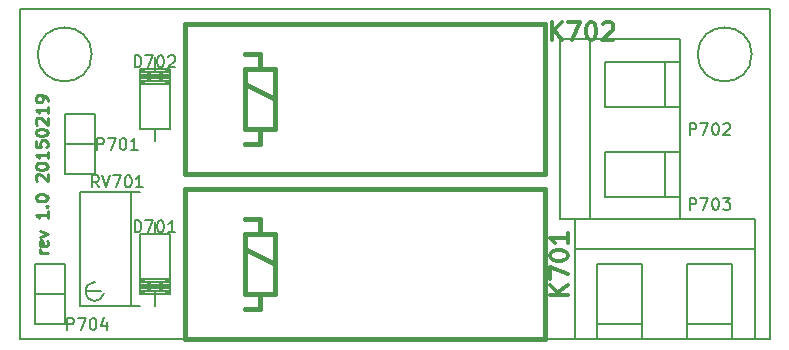
<source format=gto>
%TF.FileFunction,Legend,Top*%
%FSLAX46Y46*%
G04 Gerber Fmt 4.6, Leading zero omitted, Abs format (unit mm)*
G04 Created by KiCad (PCBNEW (2015-02-11 BZR 5414)-product) date dim. 22 févr. 2015 23:01:40 CET*
%MOMM*%
G01*
G04 APERTURE LIST*
%ADD10C,0.150000*%
%ADD11C,0.250000*%
%ADD12C,0.381000*%
%ADD13C,0.304800*%
G04 APERTURE END LIST*
D10*
D11*
X139517381Y-73952858D02*
X138850714Y-73952858D01*
X139041190Y-73952858D02*
X138945952Y-73905239D01*
X138898333Y-73857620D01*
X138850714Y-73762382D01*
X138850714Y-73667143D01*
X139469762Y-72952857D02*
X139517381Y-73048095D01*
X139517381Y-73238572D01*
X139469762Y-73333810D01*
X139374524Y-73381429D01*
X138993571Y-73381429D01*
X138898333Y-73333810D01*
X138850714Y-73238572D01*
X138850714Y-73048095D01*
X138898333Y-72952857D01*
X138993571Y-72905238D01*
X139088810Y-72905238D01*
X139184048Y-73381429D01*
X138850714Y-72571905D02*
X139517381Y-72333810D01*
X138850714Y-72095714D01*
X139517381Y-70429047D02*
X139517381Y-71000476D01*
X139517381Y-70714762D02*
X138517381Y-70714762D01*
X138660238Y-70810000D01*
X138755476Y-70905238D01*
X138803095Y-71000476D01*
X139422143Y-70000476D02*
X139469762Y-69952857D01*
X139517381Y-70000476D01*
X139469762Y-70048095D01*
X139422143Y-70000476D01*
X139517381Y-70000476D01*
X138517381Y-69333810D02*
X138517381Y-69238571D01*
X138565000Y-69143333D01*
X138612619Y-69095714D01*
X138707857Y-69048095D01*
X138898333Y-69000476D01*
X139136429Y-69000476D01*
X139326905Y-69048095D01*
X139422143Y-69095714D01*
X139469762Y-69143333D01*
X139517381Y-69238571D01*
X139517381Y-69333810D01*
X139469762Y-69429048D01*
X139422143Y-69476667D01*
X139326905Y-69524286D01*
X139136429Y-69571905D01*
X138898333Y-69571905D01*
X138707857Y-69524286D01*
X138612619Y-69476667D01*
X138565000Y-69429048D01*
X138517381Y-69333810D01*
X138612619Y-67857619D02*
X138565000Y-67810000D01*
X138517381Y-67714762D01*
X138517381Y-67476666D01*
X138565000Y-67381428D01*
X138612619Y-67333809D01*
X138707857Y-67286190D01*
X138803095Y-67286190D01*
X138945952Y-67333809D01*
X139517381Y-67905238D01*
X139517381Y-67286190D01*
X138517381Y-66667143D02*
X138517381Y-66571904D01*
X138565000Y-66476666D01*
X138612619Y-66429047D01*
X138707857Y-66381428D01*
X138898333Y-66333809D01*
X139136429Y-66333809D01*
X139326905Y-66381428D01*
X139422143Y-66429047D01*
X139469762Y-66476666D01*
X139517381Y-66571904D01*
X139517381Y-66667143D01*
X139469762Y-66762381D01*
X139422143Y-66810000D01*
X139326905Y-66857619D01*
X139136429Y-66905238D01*
X138898333Y-66905238D01*
X138707857Y-66857619D01*
X138612619Y-66810000D01*
X138565000Y-66762381D01*
X138517381Y-66667143D01*
X139517381Y-65381428D02*
X139517381Y-65952857D01*
X139517381Y-65667143D02*
X138517381Y-65667143D01*
X138660238Y-65762381D01*
X138755476Y-65857619D01*
X138803095Y-65952857D01*
X138517381Y-64476666D02*
X138517381Y-64952857D01*
X138993571Y-65000476D01*
X138945952Y-64952857D01*
X138898333Y-64857619D01*
X138898333Y-64619523D01*
X138945952Y-64524285D01*
X138993571Y-64476666D01*
X139088810Y-64429047D01*
X139326905Y-64429047D01*
X139422143Y-64476666D01*
X139469762Y-64524285D01*
X139517381Y-64619523D01*
X139517381Y-64857619D01*
X139469762Y-64952857D01*
X139422143Y-65000476D01*
X138517381Y-63810000D02*
X138517381Y-63714761D01*
X138565000Y-63619523D01*
X138612619Y-63571904D01*
X138707857Y-63524285D01*
X138898333Y-63476666D01*
X139136429Y-63476666D01*
X139326905Y-63524285D01*
X139422143Y-63571904D01*
X139469762Y-63619523D01*
X139517381Y-63714761D01*
X139517381Y-63810000D01*
X139469762Y-63905238D01*
X139422143Y-63952857D01*
X139326905Y-64000476D01*
X139136429Y-64048095D01*
X138898333Y-64048095D01*
X138707857Y-64000476D01*
X138612619Y-63952857D01*
X138565000Y-63905238D01*
X138517381Y-63810000D01*
X138612619Y-63095714D02*
X138565000Y-63048095D01*
X138517381Y-62952857D01*
X138517381Y-62714761D01*
X138565000Y-62619523D01*
X138612619Y-62571904D01*
X138707857Y-62524285D01*
X138803095Y-62524285D01*
X138945952Y-62571904D01*
X139517381Y-63143333D01*
X139517381Y-62524285D01*
X139517381Y-61571904D02*
X139517381Y-62143333D01*
X139517381Y-61857619D02*
X138517381Y-61857619D01*
X138660238Y-61952857D01*
X138755476Y-62048095D01*
X138803095Y-62143333D01*
X139517381Y-61095714D02*
X139517381Y-60905238D01*
X139469762Y-60809999D01*
X139422143Y-60762380D01*
X139279286Y-60667142D01*
X139088810Y-60619523D01*
X138707857Y-60619523D01*
X138612619Y-60667142D01*
X138565000Y-60714761D01*
X138517381Y-60809999D01*
X138517381Y-61000476D01*
X138565000Y-61095714D01*
X138612619Y-61143333D01*
X138707857Y-61190952D01*
X138945952Y-61190952D01*
X139041190Y-61143333D01*
X139088810Y-61095714D01*
X139136429Y-61000476D01*
X139136429Y-60809999D01*
X139088810Y-60714761D01*
X139041190Y-60667142D01*
X138945952Y-60619523D01*
D10*
X137160000Y-81280000D02*
X137160000Y-53340000D01*
X200660000Y-81280000D02*
X137160000Y-81280000D01*
X200660000Y-53340000D02*
X200660000Y-81280000D01*
X137160000Y-53340000D02*
X200660000Y-53340000D01*
X148590000Y-72390000D02*
X148590000Y-71374000D01*
X148590000Y-77216000D02*
X148590000Y-78486000D01*
X149860000Y-76962000D02*
X147320000Y-76962000D01*
X149860000Y-76708000D02*
X147320000Y-76708000D01*
X149860000Y-76454000D02*
X147320000Y-76454000D01*
X149860000Y-77216000D02*
X147320000Y-77216000D01*
X149860000Y-76200000D02*
X147320000Y-77470000D01*
X149860000Y-77470000D02*
X147320000Y-76200000D01*
X149860000Y-76200000D02*
X147320000Y-76200000D01*
X149860000Y-76835000D02*
X147320000Y-76835000D01*
X147320000Y-77470000D02*
X149860000Y-77470000D01*
X149860000Y-77470000D02*
X149860000Y-72390000D01*
X149860000Y-72390000D02*
X147320000Y-72390000D01*
X147320000Y-72390000D02*
X147320000Y-77470000D01*
X148590000Y-63500000D02*
X148590000Y-64516000D01*
X148590000Y-58674000D02*
X148590000Y-57404000D01*
X147320000Y-58928000D02*
X149860000Y-58928000D01*
X147320000Y-59182000D02*
X149860000Y-59182000D01*
X147320000Y-59436000D02*
X149860000Y-59436000D01*
X147320000Y-58674000D02*
X149860000Y-58674000D01*
X147320000Y-59690000D02*
X149860000Y-58420000D01*
X147320000Y-58420000D02*
X149860000Y-59690000D01*
X147320000Y-59690000D02*
X149860000Y-59690000D01*
X147320000Y-59055000D02*
X149860000Y-59055000D01*
X149860000Y-58420000D02*
X147320000Y-58420000D01*
X147320000Y-58420000D02*
X147320000Y-63500000D01*
X147320000Y-63500000D02*
X149860000Y-63500000D01*
X149860000Y-63500000D02*
X149860000Y-58420000D01*
D12*
X156210000Y-73660000D02*
X158750000Y-74930000D01*
X157480000Y-77470000D02*
X157480000Y-78740000D01*
X157480000Y-78740000D02*
X156210000Y-78740000D01*
X156210000Y-71120000D02*
X157480000Y-71120000D01*
X157480000Y-71120000D02*
X157480000Y-72390000D01*
X157480000Y-72390000D02*
X158750000Y-72390000D01*
X158750000Y-72390000D02*
X158750000Y-77470000D01*
X158750000Y-77470000D02*
X156210000Y-77470000D01*
X156210000Y-77470000D02*
X156210000Y-72390000D01*
X156210000Y-72390000D02*
X157480000Y-72390000D01*
X151130000Y-68580000D02*
X181610000Y-68580000D01*
X181610000Y-68580000D02*
X181610000Y-81280000D01*
X181610000Y-81280000D02*
X151130000Y-81280000D01*
X151130000Y-81280000D02*
X151130000Y-68580000D01*
X156210000Y-59690000D02*
X158750000Y-60960000D01*
X157480000Y-63500000D02*
X157480000Y-64770000D01*
X157480000Y-64770000D02*
X156210000Y-64770000D01*
X156210000Y-57150000D02*
X157480000Y-57150000D01*
X157480000Y-57150000D02*
X157480000Y-58420000D01*
X157480000Y-58420000D02*
X158750000Y-58420000D01*
X158750000Y-58420000D02*
X158750000Y-63500000D01*
X158750000Y-63500000D02*
X156210000Y-63500000D01*
X156210000Y-63500000D02*
X156210000Y-58420000D01*
X156210000Y-58420000D02*
X157480000Y-58420000D01*
X151130000Y-54610000D02*
X181610000Y-54610000D01*
X181610000Y-54610000D02*
X181610000Y-67310000D01*
X181610000Y-67310000D02*
X151130000Y-67310000D01*
X151130000Y-67310000D02*
X151130000Y-54610000D01*
D10*
X143510000Y-64770000D02*
X140970000Y-64770000D01*
X143510000Y-62230000D02*
X140970000Y-62230000D01*
X140970000Y-62230000D02*
X140970000Y-64770000D01*
X140970000Y-64770000D02*
X140970000Y-67310000D01*
X140970000Y-67310000D02*
X143510000Y-67310000D01*
X143510000Y-67310000D02*
X143510000Y-62230000D01*
X140970000Y-77470000D02*
X138430000Y-77470000D01*
X140970000Y-74930000D02*
X138430000Y-74930000D01*
X138430000Y-74930000D02*
X138430000Y-77470000D01*
X138430000Y-77470000D02*
X138430000Y-80010000D01*
X138430000Y-80010000D02*
X140970000Y-80010000D01*
X140970000Y-80010000D02*
X140970000Y-74930000D01*
X142748000Y-77216000D02*
X144018000Y-77216000D01*
X143497300Y-76428600D02*
X143243300Y-76466700D01*
X143243300Y-76466700D02*
X142963900Y-76644500D01*
X142963900Y-76644500D02*
X142748000Y-76962000D01*
X142748000Y-76962000D02*
X142735300Y-77406500D01*
X142735300Y-77406500D02*
X142938500Y-77762100D01*
X142938500Y-77762100D02*
X143230600Y-77939900D01*
X143230600Y-77939900D02*
X143548100Y-77990700D01*
X143548100Y-77990700D02*
X143954500Y-77889100D01*
X143954500Y-77889100D02*
X144208500Y-77546200D01*
X144208500Y-77546200D02*
X144297400Y-77368400D01*
X146558000Y-68834000D02*
X146558000Y-78486000D01*
X143510000Y-78486000D02*
X142240000Y-78486000D01*
X142240000Y-78486000D02*
X142240000Y-68834000D01*
X142240000Y-68834000D02*
X147320000Y-68834000D01*
X147320000Y-78486000D02*
X144780000Y-78486000D01*
X144780000Y-78486000D02*
X143510000Y-78486000D01*
X199136000Y-57150000D02*
G75*
G03X199136000Y-57150000I-2286000J0D01*
G01*
X143256000Y-57150000D02*
G75*
G03X143256000Y-57150000I-2286000J0D01*
G01*
X191770000Y-61595000D02*
X191770000Y-57785000D01*
X193040000Y-61595000D02*
X186690000Y-61595000D01*
X186690000Y-61595000D02*
X186690000Y-57785000D01*
X186690000Y-57785000D02*
X193040000Y-57785000D01*
X191770000Y-69215000D02*
X191770000Y-65405000D01*
X193040000Y-69215000D02*
X186690000Y-69215000D01*
X186690000Y-69215000D02*
X186690000Y-65405000D01*
X186690000Y-65405000D02*
X193040000Y-65405000D01*
X182880000Y-71120000D02*
X193040000Y-71120000D01*
X182880000Y-55880000D02*
X193040000Y-55880000D01*
X185420000Y-55880000D02*
X185420000Y-71120000D01*
X182880000Y-71120000D02*
X182880000Y-55880000D01*
X193040000Y-55880000D02*
X193040000Y-71120000D01*
X193675000Y-80010000D02*
X197485000Y-80010000D01*
X193675000Y-81280000D02*
X193675000Y-74930000D01*
X193675000Y-74930000D02*
X197485000Y-74930000D01*
X197485000Y-74930000D02*
X197485000Y-81280000D01*
X186055000Y-80010000D02*
X189865000Y-80010000D01*
X186055000Y-81280000D02*
X186055000Y-74930000D01*
X186055000Y-74930000D02*
X189865000Y-74930000D01*
X189865000Y-74930000D02*
X189865000Y-81280000D01*
X184150000Y-71120000D02*
X184150000Y-81280000D01*
X199390000Y-71120000D02*
X199390000Y-81280000D01*
X199390000Y-73660000D02*
X184150000Y-73660000D01*
X184150000Y-71120000D02*
X199390000Y-71120000D01*
X199390000Y-81280000D02*
X184150000Y-81280000D01*
X146899524Y-72207381D02*
X146899524Y-71207381D01*
X147137619Y-71207381D01*
X147280477Y-71255000D01*
X147375715Y-71350238D01*
X147423334Y-71445476D01*
X147470953Y-71635952D01*
X147470953Y-71778810D01*
X147423334Y-71969286D01*
X147375715Y-72064524D01*
X147280477Y-72159762D01*
X147137619Y-72207381D01*
X146899524Y-72207381D01*
X147804286Y-71207381D02*
X148470953Y-71207381D01*
X148042381Y-72207381D01*
X149042381Y-71207381D02*
X149137620Y-71207381D01*
X149232858Y-71255000D01*
X149280477Y-71302619D01*
X149328096Y-71397857D01*
X149375715Y-71588333D01*
X149375715Y-71826429D01*
X149328096Y-72016905D01*
X149280477Y-72112143D01*
X149232858Y-72159762D01*
X149137620Y-72207381D01*
X149042381Y-72207381D01*
X148947143Y-72159762D01*
X148899524Y-72112143D01*
X148851905Y-72016905D01*
X148804286Y-71826429D01*
X148804286Y-71588333D01*
X148851905Y-71397857D01*
X148899524Y-71302619D01*
X148947143Y-71255000D01*
X149042381Y-71207381D01*
X150328096Y-72207381D02*
X149756667Y-72207381D01*
X150042381Y-72207381D02*
X150042381Y-71207381D01*
X149947143Y-71350238D01*
X149851905Y-71445476D01*
X149756667Y-71493095D01*
X146899524Y-58237381D02*
X146899524Y-57237381D01*
X147137619Y-57237381D01*
X147280477Y-57285000D01*
X147375715Y-57380238D01*
X147423334Y-57475476D01*
X147470953Y-57665952D01*
X147470953Y-57808810D01*
X147423334Y-57999286D01*
X147375715Y-58094524D01*
X147280477Y-58189762D01*
X147137619Y-58237381D01*
X146899524Y-58237381D01*
X147804286Y-57237381D02*
X148470953Y-57237381D01*
X148042381Y-58237381D01*
X149042381Y-57237381D02*
X149137620Y-57237381D01*
X149232858Y-57285000D01*
X149280477Y-57332619D01*
X149328096Y-57427857D01*
X149375715Y-57618333D01*
X149375715Y-57856429D01*
X149328096Y-58046905D01*
X149280477Y-58142143D01*
X149232858Y-58189762D01*
X149137620Y-58237381D01*
X149042381Y-58237381D01*
X148947143Y-58189762D01*
X148899524Y-58142143D01*
X148851905Y-58046905D01*
X148804286Y-57856429D01*
X148804286Y-57618333D01*
X148851905Y-57427857D01*
X148899524Y-57332619D01*
X148947143Y-57285000D01*
X149042381Y-57237381D01*
X149756667Y-57332619D02*
X149804286Y-57285000D01*
X149899524Y-57237381D01*
X150137620Y-57237381D01*
X150232858Y-57285000D01*
X150280477Y-57332619D01*
X150328096Y-57427857D01*
X150328096Y-57523095D01*
X150280477Y-57665952D01*
X149709048Y-58237381D01*
X150328096Y-58237381D01*
D13*
X183569429Y-77506286D02*
X182045429Y-77506286D01*
X183569429Y-76635429D02*
X182698571Y-77288572D01*
X182045429Y-76635429D02*
X182916286Y-77506286D01*
X182045429Y-76127429D02*
X182045429Y-75111429D01*
X183569429Y-75764572D01*
X182045429Y-74240571D02*
X182045429Y-74095428D01*
X182118000Y-73950285D01*
X182190571Y-73877714D01*
X182335714Y-73805143D01*
X182626000Y-73732571D01*
X182988857Y-73732571D01*
X183279143Y-73805143D01*
X183424286Y-73877714D01*
X183496857Y-73950285D01*
X183569429Y-74095428D01*
X183569429Y-74240571D01*
X183496857Y-74385714D01*
X183424286Y-74458285D01*
X183279143Y-74530857D01*
X182988857Y-74603428D01*
X182626000Y-74603428D01*
X182335714Y-74530857D01*
X182190571Y-74458285D01*
X182118000Y-74385714D01*
X182045429Y-74240571D01*
X183569429Y-72281142D02*
X183569429Y-73151999D01*
X183569429Y-72716571D02*
X182045429Y-72716571D01*
X182263143Y-72861714D01*
X182408286Y-73006856D01*
X182480857Y-73151999D01*
X182208714Y-55934429D02*
X182208714Y-54410429D01*
X183079571Y-55934429D02*
X182426428Y-55063571D01*
X183079571Y-54410429D02*
X182208714Y-55281286D01*
X183587571Y-54410429D02*
X184603571Y-54410429D01*
X183950428Y-55934429D01*
X185474429Y-54410429D02*
X185619572Y-54410429D01*
X185764715Y-54483000D01*
X185837286Y-54555571D01*
X185909857Y-54700714D01*
X185982429Y-54991000D01*
X185982429Y-55353857D01*
X185909857Y-55644143D01*
X185837286Y-55789286D01*
X185764715Y-55861857D01*
X185619572Y-55934429D01*
X185474429Y-55934429D01*
X185329286Y-55861857D01*
X185256715Y-55789286D01*
X185184143Y-55644143D01*
X185111572Y-55353857D01*
X185111572Y-54991000D01*
X185184143Y-54700714D01*
X185256715Y-54555571D01*
X185329286Y-54483000D01*
X185474429Y-54410429D01*
X186563001Y-54555571D02*
X186635572Y-54483000D01*
X186780715Y-54410429D01*
X187143572Y-54410429D01*
X187288715Y-54483000D01*
X187361286Y-54555571D01*
X187433858Y-54700714D01*
X187433858Y-54845857D01*
X187361286Y-55063571D01*
X186490429Y-55934429D01*
X187433858Y-55934429D01*
D10*
X143724524Y-65222381D02*
X143724524Y-64222381D01*
X144105477Y-64222381D01*
X144200715Y-64270000D01*
X144248334Y-64317619D01*
X144295953Y-64412857D01*
X144295953Y-64555714D01*
X144248334Y-64650952D01*
X144200715Y-64698571D01*
X144105477Y-64746190D01*
X143724524Y-64746190D01*
X144629286Y-64222381D02*
X145295953Y-64222381D01*
X144867381Y-65222381D01*
X145867381Y-64222381D02*
X145962620Y-64222381D01*
X146057858Y-64270000D01*
X146105477Y-64317619D01*
X146153096Y-64412857D01*
X146200715Y-64603333D01*
X146200715Y-64841429D01*
X146153096Y-65031905D01*
X146105477Y-65127143D01*
X146057858Y-65174762D01*
X145962620Y-65222381D01*
X145867381Y-65222381D01*
X145772143Y-65174762D01*
X145724524Y-65127143D01*
X145676905Y-65031905D01*
X145629286Y-64841429D01*
X145629286Y-64603333D01*
X145676905Y-64412857D01*
X145724524Y-64317619D01*
X145772143Y-64270000D01*
X145867381Y-64222381D01*
X147153096Y-65222381D02*
X146581667Y-65222381D01*
X146867381Y-65222381D02*
X146867381Y-64222381D01*
X146772143Y-64365238D01*
X146676905Y-64460476D01*
X146581667Y-64508095D01*
X141184524Y-80462381D02*
X141184524Y-79462381D01*
X141565477Y-79462381D01*
X141660715Y-79510000D01*
X141708334Y-79557619D01*
X141755953Y-79652857D01*
X141755953Y-79795714D01*
X141708334Y-79890952D01*
X141660715Y-79938571D01*
X141565477Y-79986190D01*
X141184524Y-79986190D01*
X142089286Y-79462381D02*
X142755953Y-79462381D01*
X142327381Y-80462381D01*
X143327381Y-79462381D02*
X143422620Y-79462381D01*
X143517858Y-79510000D01*
X143565477Y-79557619D01*
X143613096Y-79652857D01*
X143660715Y-79843333D01*
X143660715Y-80081429D01*
X143613096Y-80271905D01*
X143565477Y-80367143D01*
X143517858Y-80414762D01*
X143422620Y-80462381D01*
X143327381Y-80462381D01*
X143232143Y-80414762D01*
X143184524Y-80367143D01*
X143136905Y-80271905D01*
X143089286Y-80081429D01*
X143089286Y-79843333D01*
X143136905Y-79652857D01*
X143184524Y-79557619D01*
X143232143Y-79510000D01*
X143327381Y-79462381D01*
X144517858Y-79795714D02*
X144517858Y-80462381D01*
X144279762Y-79414762D02*
X144041667Y-80129048D01*
X144660715Y-80129048D01*
X143867381Y-68397381D02*
X143534047Y-67921190D01*
X143295952Y-68397381D02*
X143295952Y-67397381D01*
X143676905Y-67397381D01*
X143772143Y-67445000D01*
X143819762Y-67492619D01*
X143867381Y-67587857D01*
X143867381Y-67730714D01*
X143819762Y-67825952D01*
X143772143Y-67873571D01*
X143676905Y-67921190D01*
X143295952Y-67921190D01*
X144153095Y-67397381D02*
X144486428Y-68397381D01*
X144819762Y-67397381D01*
X145057857Y-67397381D02*
X145724524Y-67397381D01*
X145295952Y-68397381D01*
X146295952Y-67397381D02*
X146391191Y-67397381D01*
X146486429Y-67445000D01*
X146534048Y-67492619D01*
X146581667Y-67587857D01*
X146629286Y-67778333D01*
X146629286Y-68016429D01*
X146581667Y-68206905D01*
X146534048Y-68302143D01*
X146486429Y-68349762D01*
X146391191Y-68397381D01*
X146295952Y-68397381D01*
X146200714Y-68349762D01*
X146153095Y-68302143D01*
X146105476Y-68206905D01*
X146057857Y-68016429D01*
X146057857Y-67778333D01*
X146105476Y-67587857D01*
X146153095Y-67492619D01*
X146200714Y-67445000D01*
X146295952Y-67397381D01*
X147581667Y-68397381D02*
X147010238Y-68397381D01*
X147295952Y-68397381D02*
X147295952Y-67397381D01*
X147200714Y-67540238D01*
X147105476Y-67635476D01*
X147010238Y-67683095D01*
X193889524Y-63952381D02*
X193889524Y-62952381D01*
X194270477Y-62952381D01*
X194365715Y-63000000D01*
X194413334Y-63047619D01*
X194460953Y-63142857D01*
X194460953Y-63285714D01*
X194413334Y-63380952D01*
X194365715Y-63428571D01*
X194270477Y-63476190D01*
X193889524Y-63476190D01*
X194794286Y-62952381D02*
X195460953Y-62952381D01*
X195032381Y-63952381D01*
X196032381Y-62952381D02*
X196127620Y-62952381D01*
X196222858Y-63000000D01*
X196270477Y-63047619D01*
X196318096Y-63142857D01*
X196365715Y-63333333D01*
X196365715Y-63571429D01*
X196318096Y-63761905D01*
X196270477Y-63857143D01*
X196222858Y-63904762D01*
X196127620Y-63952381D01*
X196032381Y-63952381D01*
X195937143Y-63904762D01*
X195889524Y-63857143D01*
X195841905Y-63761905D01*
X195794286Y-63571429D01*
X195794286Y-63333333D01*
X195841905Y-63142857D01*
X195889524Y-63047619D01*
X195937143Y-63000000D01*
X196032381Y-62952381D01*
X196746667Y-63047619D02*
X196794286Y-63000000D01*
X196889524Y-62952381D01*
X197127620Y-62952381D01*
X197222858Y-63000000D01*
X197270477Y-63047619D01*
X197318096Y-63142857D01*
X197318096Y-63238095D01*
X197270477Y-63380952D01*
X196699048Y-63952381D01*
X197318096Y-63952381D01*
X193889524Y-70302381D02*
X193889524Y-69302381D01*
X194270477Y-69302381D01*
X194365715Y-69350000D01*
X194413334Y-69397619D01*
X194460953Y-69492857D01*
X194460953Y-69635714D01*
X194413334Y-69730952D01*
X194365715Y-69778571D01*
X194270477Y-69826190D01*
X193889524Y-69826190D01*
X194794286Y-69302381D02*
X195460953Y-69302381D01*
X195032381Y-70302381D01*
X196032381Y-69302381D02*
X196127620Y-69302381D01*
X196222858Y-69350000D01*
X196270477Y-69397619D01*
X196318096Y-69492857D01*
X196365715Y-69683333D01*
X196365715Y-69921429D01*
X196318096Y-70111905D01*
X196270477Y-70207143D01*
X196222858Y-70254762D01*
X196127620Y-70302381D01*
X196032381Y-70302381D01*
X195937143Y-70254762D01*
X195889524Y-70207143D01*
X195841905Y-70111905D01*
X195794286Y-69921429D01*
X195794286Y-69683333D01*
X195841905Y-69492857D01*
X195889524Y-69397619D01*
X195937143Y-69350000D01*
X196032381Y-69302381D01*
X196699048Y-69302381D02*
X197318096Y-69302381D01*
X196984762Y-69683333D01*
X197127620Y-69683333D01*
X197222858Y-69730952D01*
X197270477Y-69778571D01*
X197318096Y-69873810D01*
X197318096Y-70111905D01*
X197270477Y-70207143D01*
X197222858Y-70254762D01*
X197127620Y-70302381D01*
X196841905Y-70302381D01*
X196746667Y-70254762D01*
X196699048Y-70207143D01*
M02*

</source>
